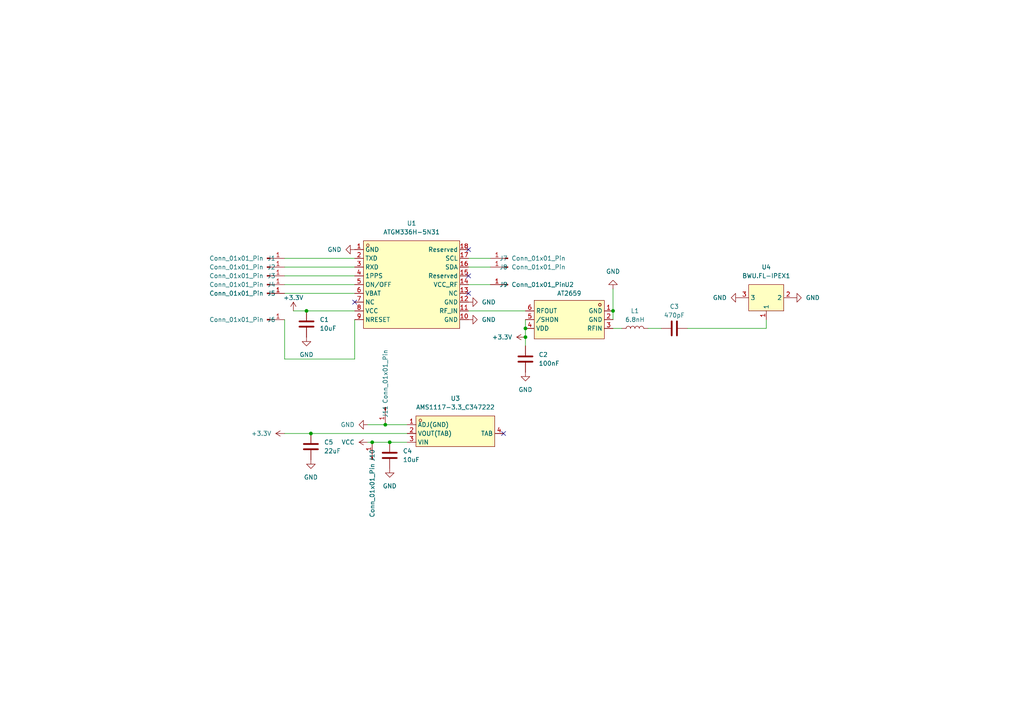
<source format=kicad_sch>
(kicad_sch (version 20230121) (generator eeschema)
  (paper "A4")
  (lib_symbols
    (symbol "Connector:Conn_01x01_Pin" (pin_names (offset 1.016) hide)
      (property "Reference" "J" (at 0 2.54 0))
      (property "Value" "Conn_01x01_Pin" (at 0 -2.54 0))
      (symbol "Conn_01x01_Pin_1_1"
        (polyline (pts (xy 1.27 0) (xy 0.8636 0)) (stroke (width 0.1524)))
        (rectangle (start 0.8636 0.127) (end 0 -0.127) (stroke (width 0.1524)) (fill (type outline)))
        (pin passive line (at 5.08 0 180) (length 3.81) (name "Pin_1") (number "1"))
      )
    )
    (symbol "Device:C" (pin_numbers hide) (pin_names (offset 0.254))
      (property "Reference" "C" (at 0.635 2.54 0))
      (property "Value" "C" (at 0.635 -2.54 0))
      (symbol "C_0_1"
        (polyline (pts (xy -2.032 -0.762) (xy 2.032 -0.762)) (stroke (width 0.508)))
        (polyline (pts (xy -2.032 0.762) (xy 2.032 0.762)) (stroke (width 0.508)))
      )
      (symbol "C_1_1"
        (pin passive line (at 0 3.81 270) (length 2.794) (name "~") (number "1"))
        (pin passive line (at 0 -3.81 90) (length 2.794) (name "~") (number "2"))
      )
    )
    (symbol "Device:L" (pin_numbers hide) (pin_names (offset 1.016) hide)
      (property "Reference" "L" (at -1.27 0 90))
      (property "Value" "L" (at 1.905 0 90))
      (symbol "L_0_1"
        (arc (start 0 -2.54) (mid 0.6323 -1.905) (end 0 -1.27))
        (arc (start 0 -1.27) (mid 0.6323 -0.635) (end 0 0))
        (arc (start 0 0) (mid 0.6323 0.635) (end 0 1.27))
        (arc (start 0 1.27) (mid 0.6323 1.905) (end 0 2.54))
      )
      (symbol "L_1_1"
        (pin passive line (at 0 3.81 270) (length 1.27) (name "1") (number "1"))
        (pin passive line (at 0 -3.81 90) (length 1.27) (name "2") (number "2"))
      )
    )
    (symbol "PARTS:AMS1117-3.3_C347222"
      (property "Reference" "U" (at 0 7.62 0))
      (property "Value" "AMS1117-3.3_C347222" (at 0 -7.62 0))
      (symbol "AMS1117-3.3_C347222_0_1"
        (rectangle (start -12.7 5.08) (end 10.16 -3.81) (fill (type background)))
        (circle (center -11.43 3.81) (radius 0.38))
        (pin unspecified line (at -15.24 2.54 0) (length 2.54) (name "ADJ(GND)") (number "1"))
        (pin unspecified line (at -15.24 0 0) (length 2.54) (name "VOUT(TAB)") (number "2"))
        (pin unspecified line (at -15.24 -2.54 0) (length 2.54) (name "VIN") (number "3"))
        (pin unspecified line (at 12.7 0 180) (length 2.54) (name "TAB") (number "4"))
      )
    )
    (symbol "PARTS:AT2659"
      (property "Reference" "U" (at 0 7.62 0))
      (property "Value" "AT2659" (at 0 -7.62 0))
      (symbol "AT2659_0_1"
        (rectangle (start -10.16 5.59) (end 10.16 -5.59) (fill (type background)))
        (circle (center -8.89 4.32) (radius 0.38))
        (circle (center -8.89 4.32) (radius 0.38))
        (pin unspecified line (at -12.7 2.54 0) (length 2.54) (name "GND") (number "1"))
        (pin unspecified line (at -12.7 0 0) (length 2.54) (name "GND") (number "2"))
        (pin unspecified line (at -12.7 -2.54 0) (length 2.54) (name "RFIN") (number "3"))
        (pin unspecified line (at 12.7 -2.54 180) (length 2.54) (name "VDD") (number "4"))
        (pin unspecified line (at 12.7 0 180) (length 2.54) (name "/SHDN") (number "5"))
        (pin unspecified line (at 12.7 2.54 180) (length 2.54) (name "RFOUT") (number "6"))
      )
    )
    (symbol "PARTS:ATGM336H-5N31"
      (property "Reference" "U" (at 0 15.24 0))
      (property "Value" "ATGM336H-5N31" (at 0 -15.24 0))
      (symbol "ATGM336H-5N31_0_1"
        (rectangle (start -13.97 12.7) (end 13.97 -12.7) (fill (type background)))
        (circle (center -12.7 11.43) (radius 0.38))
        (pin unspecified line (at -16.51 10.16 0) (length 2.54) (name "GND") (number "1"))
        (pin unspecified line (at 16.51 -10.16 180) (length 2.54) (name "GND") (number "10"))
        (pin unspecified line (at 16.51 -7.62 180) (length 2.54) (name "RF_IN") (number "11"))
        (pin unspecified line (at 16.51 -5.08 180) (length 2.54) (name "GND") (number "12"))
        (pin unspecified line (at 16.51 -2.54 180) (length 2.54) (name "NC") (number "13"))
        (pin unspecified line (at 16.51 0 180) (length 2.54) (name "VCC_RF") (number "14"))
        (pin unspecified line (at 16.51 2.54 180) (length 2.54) (name "Reserved") (number "15"))
        (pin unspecified line (at 16.51 5.08 180) (length 2.54) (name "SDA") (number "16"))
        (pin unspecified line (at 16.51 7.62 180) (length 2.54) (name "SCL") (number "17"))
        (pin unspecified line (at 16.51 10.16 180) (length 2.54) (name "Reserved") (number "18"))
        (pin unspecified line (at -16.51 7.62 0) (length 2.54) (name "TXD") (number "2"))
        (pin unspecified line (at -16.51 5.08 0) (length 2.54) (name "RXD") (number "3"))
        (pin unspecified line (at -16.51 2.54 0) (length 2.54) (name "1PPS") (number "4"))
        (pin unspecified line (at -16.51 0 0) (length 2.54) (name "ON/OFF") (number "5"))
        (pin unspecified line (at -16.51 -2.54 0) (length 2.54) (name "VBAT") (number "6"))
        (pin unspecified line (at -16.51 -5.08 0) (length 2.54) (name "NC") (number "7"))
        (pin unspecified line (at -16.51 -7.62 0) (length 2.54) (name "VCC") (number "8"))
        (pin unspecified line (at -16.51 -10.16 0) (length 2.54) (name "NRESET") (number "9"))
      )
    )
    (symbol "PARTS:BWU.FL-IPEX1"
      (property "Reference" "U" (at 0 12.7 0))
      (property "Value" "BWU.FL-IPEX1" (at 0 -12.7 0))
      (symbol "BWU.FL-IPEX1_0_1"
        (rectangle (start -5.08 5.08) (end 2.54 -5.08) (fill (type background)))
        (pin unspecified line (at 5.08 0 180) (length 2.54) (name "1") (number "1"))
        (pin unspecified line (at -1.27 7.62 270) (length 2.54) (name "2") (number "2"))
        (pin unspecified line (at -1.27 -7.62 90) (length 2.54) (name "3") (number "3"))
      )
    )
    (symbol "power:+3.3V" (power) (pin_names (offset 0))
      (property "Value" "+3.3V" (at 0 3.556 0))
      (symbol "+3.3V_0_1"
        (polyline (pts (xy -0.762 1.27) (xy 0 2.54)))
        (polyline (pts (xy 0 0) (xy 0 2.54)))
        (polyline (pts (xy 0 2.54) (xy 0.762 1.27)))
      )
      (symbol "+3.3V_1_1"
        (pin power_in line (at 0 0 90) (length 0) hide (name "+3.3V") (number "1"))
      )
    )
    (symbol "power:GND" (power) (pin_names (offset 0))
      (property "Value" "GND" (at 0 -3.81 0))
      (symbol "GND_0_1"
        (polyline (pts (xy 0 0) (xy 0 -1.27) (xy 1.27 -1.27) (xy 0 -2.54) (xy -1.27 -1.27) (xy 0 -1.27)))
      )
      (symbol "GND_1_1"
        (pin power_in line (at 0 0 270) (length 0) hide (name "GND") (number "1"))
      )
    )
    (symbol "power:VCC" (power) (pin_names (offset 0))
      (property "Value" "VCC" (at 0 3.81 0))
      (symbol "VCC_0_1"
        (polyline (pts (xy -0.762 1.27) (xy 0 2.54)))
        (polyline (pts (xy 0 0) (xy 0 2.54)))
        (polyline (pts (xy 0 2.54) (xy 0.762 1.27)))
      )
      (symbol "VCC_1_1"
        (pin power_in line (at 0 0 90) (length 0) hide (name "VCC") (number "1"))
      )
    )
  )
  (junction (at 88.9 90.17))
  (junction (at 152.4 97.79))
  (junction (at 90.17 125.73))
  (junction (at 107.95 128.27))
  (junction (at 111.76 123.19))
  (junction (at 113.03 128.27))
  (junction (at 177.8 90.17))
  (junction (at 152.4 95.25))
  (no_connect (at 102.87 87.63))
  (no_connect (at 135.89 85.09))
  (no_connect (at 135.89 80.01))
  (no_connect (at 135.89 72.39))
  (no_connect (at 146.05 125.73))
  (wire (pts (xy 82.55 80.01) (xy 102.87 80.01)))
  (wire (pts (xy 88.9 90.17) (xy 102.87 90.17)))
  (wire (pts (xy 85.09 90.17) (xy 88.9 90.17)))
  (wire (pts (xy 82.55 92.71) (xy 82.55 104.14)))
  (wire (pts (xy 177.8 90.17) (xy 177.8 92.71)))
  (wire (pts (xy 102.87 104.14) (xy 102.87 92.71)))
  (wire (pts (xy 106.68 123.19) (xy 111.76 123.19)))
  (wire (pts (xy 82.55 74.93) (xy 102.87 74.93)))
  (wire (pts (xy 152.4 92.71) (xy 152.4 95.25)))
  (wire (pts (xy 177.8 83.82) (xy 177.8 90.17)))
  (wire (pts (xy 152.4 95.25) (xy 152.4 97.79)))
  (wire (pts (xy 90.17 125.73) (xy 118.11 125.73)))
  (wire (pts (xy 152.4 97.79) (xy 152.4 100.33)))
  (wire (pts (xy 82.55 82.55) (xy 102.87 82.55)))
  (wire (pts (xy 135.89 74.93) (xy 142.24 74.93)))
  (wire (pts (xy 135.89 77.47) (xy 142.24 77.47)))
  (wire (pts (xy 106.68 128.27) (xy 107.95 128.27)))
  (wire (pts (xy 113.03 128.27) (xy 118.11 128.27)))
  (wire (pts (xy 82.55 77.47) (xy 102.87 77.47)))
  (wire (pts (xy 222.25 95.25) (xy 222.25 92.71)))
  (wire (pts (xy 191.77 95.25) (xy 187.96 95.25)))
  (wire (pts (xy 111.76 123.19) (xy 118.11 123.19)))
  (wire (pts (xy 107.95 128.27) (xy 113.03 128.27)))
  (wire (pts (xy 135.89 82.55) (xy 142.24 82.55)))
  (wire (pts (xy 82.55 125.73) (xy 90.17 125.73)))
  (wire (pts (xy 135.89 90.17) (xy 152.4 90.17)))
  (wire (pts (xy 82.55 85.09) (xy 102.87 85.09)))
  (wire (pts (xy 199.39 95.25) (xy 222.25 95.25)))
  (wire (pts (xy 180.34 95.25) (xy 177.8 95.25)))
  (wire (pts (xy 82.55 104.14) (xy 102.87 104.14)))
  (symbol (lib_id "Connector:Conn_01x01_Pin") (at 147.32 82.55 0) (mirror y) (unit 1)
    (property "Reference" "J9" (at 146.05 82.55 0))
    (property "Value" "Conn_01x01_Pin" (at 156.21 82.55 0))
    (property "Footprint" "Connector_Wire:SolderWire-0.75sqmm_1x01_D1.25mm_OD2.3mm" (effects hide))
  )
  (symbol (lib_id "power:GND") (at 106.68 123.19 270) (unit 1)
    (property "Reference" "#PWR010" (effects hide))
    (property "Value" "GND" (at 102.87 123.19 90) (effects (justify right)))
  )
  (symbol (lib_id "power:GND") (at 102.87 72.39 270) (unit 1)
    (property "Reference" "#PWR03" (effects hide))
    (property "Value" "GND" (at 99.06 72.39 90) (effects (justify right)))
  )
  (symbol (lib_id "Connector:Conn_01x01_Pin") (at 77.47 74.93 0) (unit 1)
    (property "Reference" "J1" (at 78.74 74.93 0))
    (property "Value" "Conn_01x01_Pin" (at 68.58 74.93 0))
    (property "Footprint" "Connector_Wire:SolderWire-0.75sqmm_1x01_D1.25mm_OD2.3mm" (effects hide))
  )
  (symbol (lib_id "PARTS:ATGM336H-5N31") (at 119.38 82.55 0) (unit 1)
    (property "Reference" "U1" (at 119.38 64.77 0))
    (property "Value" "ATGM336H-5N31" (at 119.38 67.31 0))
    (property "Footprint" "PARTS:RA_08H-BREAKOUT" (effects hide))
  )
  (symbol (lib_id "power:+3.3V") (at 85.09 90.17 0) (unit 1)
    (property "Reference" "#PWR01" (effects hide))
    (property "Value" "+3.3V" (at 85.09 86.36 0))
  )
  (symbol (lib_id "power:GND") (at 214.63 86.36 270) (unit 1)
    (property "Reference" "#PWR012" (effects hide))
    (property "Value" "GND" (at 210.82 86.36 90) (effects (justify right)))
  )
  (symbol (lib_id "Connector:Conn_01x01_Pin") (at 147.32 77.47 0) (mirror y) (unit 1)
    (property "Reference" "J8" (at 146.05 77.47 0))
    (property "Value" "Conn_01x01_Pin" (at 156.21 77.47 0))
    (property "Footprint" "Connector_Wire:SolderWire-0.75sqmm_1x01_D1.25mm_OD2.3mm" (effects hide))
  )
  (symbol (lib_id "Connector:Conn_01x01_Pin") (at 77.47 77.47 0) (unit 1)
    (property "Reference" "J2" (at 78.74 77.47 0))
    (property "Value" "Conn_01x01_Pin" (at 68.58 77.47 0))
    (property "Footprint" "Connector_Wire:SolderWire-0.75sqmm_1x01_D1.25mm_OD2.3mm" (effects hide))
  )
  (symbol (lib_id "Connector:Conn_01x01_Pin") (at 77.47 82.55 0) (unit 1)
    (property "Reference" "J4" (at 78.74 82.55 0))
    (property "Value" "Conn_01x01_Pin" (at 68.58 82.55 0))
    (property "Footprint" "Connector_Wire:SolderWire-0.75sqmm_1x01_D1.25mm_OD2.3mm" (effects hide))
  )
  (symbol (lib_id "power:GND") (at 90.17 133.35 0) (unit 1)
    (property "Reference" "#PWR014" (effects hide))
    (property "Value" "GND" (at 90.17 138.43 0))
  )
  (symbol (lib_id "power:GND") (at 135.89 87.63 90) (unit 1)
    (property "Reference" "#PWR04" (effects hide))
    (property "Value" "GND" (at 139.7 87.63 90) (effects (justify right)))
  )
  (symbol (lib_id "power:GND") (at 177.8 83.82 180) (unit 1)
    (property "Reference" "#PWR08" (effects hide))
    (property "Value" "GND" (at 177.8 78.74 0))
  )
  (symbol (lib_id "PARTS:AT2659") (at 165.1 92.71 0) (mirror y) (unit 1)
    (property "Reference" "U2" (at 165.1 82.55 0))
    (property "Value" "AT2659" (at 165.1 85.09 0))
    (property "Footprint" "PARTS:AT2659" (effects hide))
    (property "Datasheet" "https://lcsc.com/product-detail/Low-Noise-OpAmps_AT2659_C92450.html" (effects hide))
    (property "LCSC Part" "C92450" (effects hide))
  )
  (symbol (lib_id "Device:C") (at 88.9 93.98 0) (unit 1)
    (property "Reference" "C1" (at 92.71 92.71 0) (effects (justify left)))
    (property "Value" "10uF" (at 92.71 95.25 0) (effects (justify left)))
    (property "Footprint" "Capacitor_SMD:C_0402_1005Metric" (effects hide))
    (property "LCSC Part" "C412251" (effects hide))
  )
  (symbol (lib_id "power:GND") (at 152.4 107.95 0) (unit 1)
    (property "Reference" "#PWR07" (effects hide))
    (property "Value" "GND" (at 152.4 113.03 0))
  )
  (symbol (lib_id "power:+3.3V") (at 82.55 125.73 90) (unit 1)
    (property "Reference" "#PWR011" (effects hide))
    (property "Value" "+3.3V" (at 78.74 125.73 90) (effects (justify left)))
  )
  (symbol (lib_id "Connector:Conn_01x01_Pin") (at 77.47 92.71 0) (unit 1)
    (property "Reference" "J6" (at 78.74 92.71 0))
    (property "Value" "Conn_01x01_Pin" (at 68.58 92.71 0))
    (property "Footprint" "Connector_Wire:SolderWire-0.75sqmm_1x01_D1.25mm_OD2.3mm" (effects hide))
  )
  (symbol (lib_id "power:GND") (at 113.03 135.89 0) (unit 1)
    (property "Reference" "#PWR013" (effects hide))
    (property "Value" "GND" (at 113.03 140.97 0))
  )
  (symbol (lib_id "power:GND") (at 135.89 92.71 90) (unit 1)
    (property "Reference" "#PWR05" (effects hide))
    (property "Value" "GND" (at 139.7 92.71 90) (effects (justify right)))
  )
  (symbol (lib_id "Device:L") (at 184.15 95.25 90) (unit 1)
    (property "Reference" "L1" (at 184.15 90.17 90))
    (property "Value" "6.8nH" (at 184.15 92.71 90))
    (property "Footprint" "Inductor_SMD:L_0402_1005Metric" (effects hide))
    (property "LCSC Part" "C963991" (effects hide))
  )
  (symbol (lib_id "power:VCC") (at 106.68 128.27 90) (unit 1)
    (property "Reference" "#PWR09" (effects hide))
    (property "Value" "VCC" (at 102.87 128.27 90) (effects (justify left)))
  )
  (symbol (lib_id "PARTS:BWU.FL-IPEX1") (at 222.25 87.63 270) (unit 1)
    (property "Reference" "U4" (at 222.25 77.47 90))
    (property "Value" "BWU.FL-IPEX1" (at 222.25 80.01 90))
    (property "Footprint" "PARTS:IPEX-SMD_BWIPX-1-001E" (effects hide))
    (property "LCSC Part" "C5137195" (effects hide))
  )
  (symbol (lib_id "Connector:Conn_01x01_Pin") (at 77.47 85.09 0) (unit 1)
    (property "Reference" "J5" (at 78.74 85.09 0))
    (property "Value" "Conn_01x01_Pin" (at 68.58 85.09 0))
    (property "Footprint" "Connector_Wire:SolderWire-0.75sqmm_1x01_D1.25mm_OD2.3mm" (effects hide))
  )
  (symbol (lib_id "Device:C") (at 90.17 129.54 0) (unit 1)
    (property "Reference" "C5" (at 93.98 128.27 0) (effects (justify left)))
    (property "Value" "22uF" (at 93.98 130.81 0) (effects (justify left)))
    (property "Footprint" "Capacitor_SMD:C_0805_2012Metric" (effects hide))
    (property "LCSC Part" "C307529" (effects hide))
  )
  (symbol (lib_id "Connector:Conn_01x01_Pin") (at 107.95 133.35 90) (unit 1)
    (property "Reference" "J10" (at 107.95 132.08 0))
    (property "Value" "Conn_01x01_Pin" (at 107.95 142.24 0))
    (property "Footprint" "Connector_Wire:SolderWire-0.75sqmm_1x01_D1.25mm_OD2.3mm" (effects hide))
  )
  (symbol (lib_id "Connector:Conn_01x01_Pin") (at 147.32 74.93 0) (mirror y) (unit 1)
    (property "Reference" "J7" (at 146.05 74.93 0))
    (property "Value" "Conn_01x01_Pin" (at 156.21 74.93 0))
    (property "Footprint" "Connector_Wire:SolderWire-0.75sqmm_1x01_D1.25mm_OD2.3mm" (effects hide))
  )
  (symbol (lib_id "Device:C") (at 195.58 95.25 90) (unit 1)
    (property "Reference" "C3" (at 195.58 88.9 90))
    (property "Value" "470pF" (at 195.58 91.44 90))
    (property "Footprint" "Capacitor_SMD:C_1206_3216Metric" (effects hide))
    (property "LCSC Part" "C3900342" (effects hide))
  )
  (symbol (lib_id "PARTS:AMS1117-3.3_C347222") (at 133.35 125.73 0) (unit 1)
    (property "Reference" "U3" (at 132.08 115.57 0))
    (property "Value" "AMS1117-3.3_C347222" (at 132.08 118.11 0))
    (property "Footprint" "PARTS:SOT-223-4_L6.5-W3.5-P2.30-LS7.0-BR" (effects hide))
    (property "Datasheet" "https://lcsc.com/product-detail/Others_Youtai-Semiconductor-Co-Ltd-AMS1117-3-3_C347222.html" (effects hide))
    (property "LCSC Part" "C347222" (effects hide))
  )
  (symbol (lib_id "power:GND") (at 229.87 86.36 90) (unit 1)
    (property "Reference" "#PWR015" (effects hide))
    (property "Value" "GND" (at 233.68 86.36 90) (effects (justify right)))
  )
  (symbol (lib_id "Connector:Conn_01x01_Pin") (at 77.47 80.01 0) (unit 1)
    (property "Reference" "J3" (at 78.74 80.01 0))
    (property "Value" "Conn_01x01_Pin" (at 68.58 80.01 0))
    (property "Footprint" "Connector_Wire:SolderWire-0.75sqmm_1x01_D1.25mm_OD2.3mm" (effects hide))
  )
  (symbol (lib_id "power:+3.3V") (at 152.4 97.79 90) (unit 1)
    (property "Reference" "#PWR06" (effects hide))
    (property "Value" "+3.3V" (at 148.59 97.79 90) (effects (justify left)))
  )
  (symbol (lib_id "Device:C") (at 152.4 104.14 0) (unit 1)
    (property "Reference" "C2" (at 156.21 102.87 0) (effects (justify left)))
    (property "Value" "100nF" (at 156.21 105.41 0) (effects (justify left)))
    (property "Footprint" "Capacitor_SMD:C_1206_3216Metric" (effects hide))
    (property "LCSC Part" "C3839854" (effects hide))
  )
  (symbol (lib_id "Connector:Conn_01x01_Pin") (at 111.76 118.11 270) (unit 1)
    (property "Reference" "J11" (at 111.76 119.38 0))
    (property "Value" "Conn_01x01_Pin" (at 111.76 109.22 0))
    (property "Footprint" "Connector_Wire:SolderWire-0.75sqmm_1x01_D1.25mm_OD2.3mm" (effects hide))
  )
  (symbol (lib_id "Device:C") (at 113.03 132.08 0) (unit 1)
    (property "Reference" "C4" (at 116.84 130.81 0) (effects (justify left)))
    (property "Value" "10uF" (at 116.84 133.35 0) (effects (justify left)))
    (property "Footprint" "Capacitor_SMD:C_0402_1005Metric" (effects hide))
    (property "LCSC Part" "C412251" (effects hide))
  )
  (symbol (lib_id "power:GND") (at 88.9 97.79 0) (unit 1)
    (property "Reference" "#PWR02" (effects hide))
    (property "Value" "GND" (at 88.9 102.87 0))
  )
)
</source>
